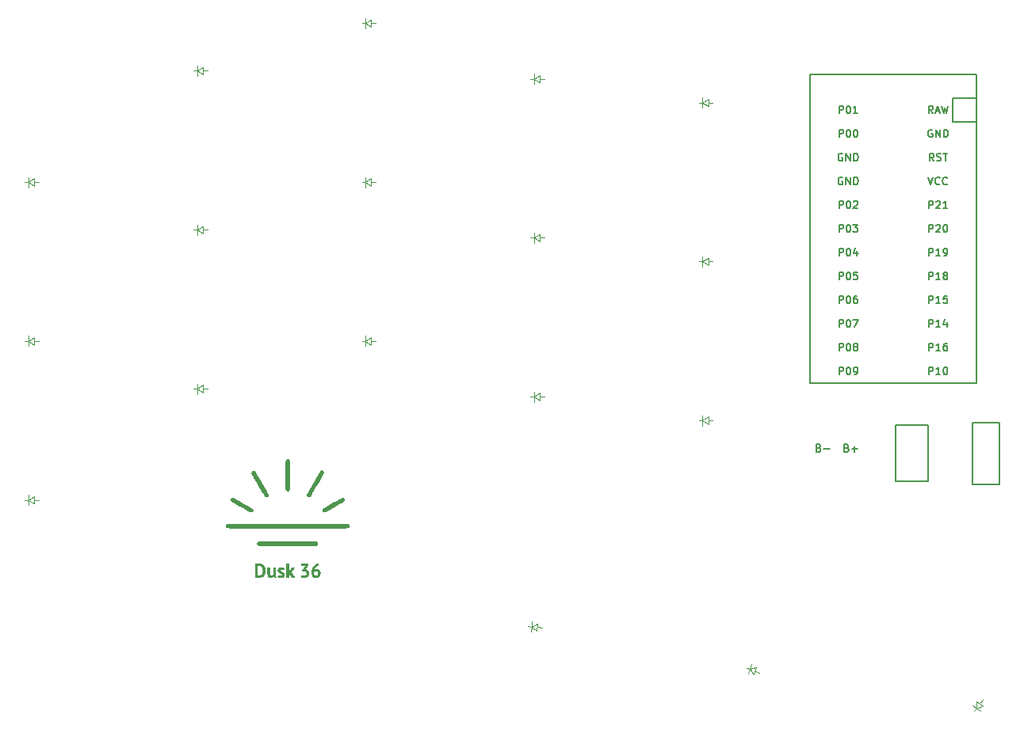
<source format=gbr>
%TF.GenerationSoftware,KiCad,Pcbnew,(6.0.7-1)-1*%
%TF.CreationDate,2022-09-04T19:21:53+10:00*%
%TF.ProjectId,Dusk 36,4475736b-2033-4362-9e6b-696361645f70,v1.0.0*%
%TF.SameCoordinates,Original*%
%TF.FileFunction,Legend,Top*%
%TF.FilePolarity,Positive*%
%FSLAX46Y46*%
G04 Gerber Fmt 4.6, Leading zero omitted, Abs format (unit mm)*
G04 Created by KiCad (PCBNEW (6.0.7-1)-1) date 2022-09-04 19:21:53*
%MOMM*%
%LPD*%
G01*
G04 APERTURE LIST*
%ADD10C,0.150000*%
%ADD11C,0.100000*%
G04 APERTURE END LIST*
D10*
%TO.C,PAD1*%
X226123345Y-103284026D02*
X226237631Y-103322121D01*
X226275726Y-103360216D01*
X226313821Y-103436407D01*
X226313821Y-103550692D01*
X226275726Y-103626883D01*
X226237631Y-103664978D01*
X226161441Y-103703073D01*
X225856679Y-103703073D01*
X225856679Y-102903073D01*
X226123345Y-102903073D01*
X226199536Y-102941169D01*
X226237631Y-102979264D01*
X226275726Y-103055454D01*
X226275726Y-103131645D01*
X226237631Y-103207835D01*
X226199536Y-103245930D01*
X226123345Y-103284026D01*
X225856679Y-103284026D01*
X226656679Y-103398311D02*
X227266202Y-103398311D01*
X226961441Y-103703073D02*
X226961441Y-103093549D01*
%TO.C,MCU1*%
X225290009Y-82723076D02*
X225290009Y-81923076D01*
X225594771Y-81923076D01*
X225670961Y-81961172D01*
X225709057Y-81999267D01*
X225747152Y-82075457D01*
X225747152Y-82189743D01*
X225709057Y-82265933D01*
X225670961Y-82304029D01*
X225594771Y-82342124D01*
X225290009Y-82342124D01*
X226242390Y-81923076D02*
X226318580Y-81923076D01*
X226394771Y-81961172D01*
X226432866Y-81999267D01*
X226470961Y-82075457D01*
X226509057Y-82227838D01*
X226509057Y-82418314D01*
X226470961Y-82570695D01*
X226432866Y-82646886D01*
X226394771Y-82684981D01*
X226318580Y-82723076D01*
X226242390Y-82723076D01*
X226166199Y-82684981D01*
X226128104Y-82646886D01*
X226090009Y-82570695D01*
X226051914Y-82418314D01*
X226051914Y-82227838D01*
X226090009Y-82075457D01*
X226128104Y-81999267D01*
X226166199Y-81961172D01*
X226242390Y-81923076D01*
X227194771Y-82189743D02*
X227194771Y-82723076D01*
X227004295Y-81884981D02*
X226813818Y-82456410D01*
X227309057Y-82456410D01*
X225651914Y-71801172D02*
X225575723Y-71763076D01*
X225461438Y-71763076D01*
X225347152Y-71801172D01*
X225270961Y-71877362D01*
X225232866Y-71953552D01*
X225194771Y-72105933D01*
X225194771Y-72220219D01*
X225232866Y-72372600D01*
X225270961Y-72448791D01*
X225347152Y-72524981D01*
X225461438Y-72563076D01*
X225537628Y-72563076D01*
X225651914Y-72524981D01*
X225690009Y-72486886D01*
X225690009Y-72220219D01*
X225537628Y-72220219D01*
X226032866Y-72563076D02*
X226032866Y-71763076D01*
X226490009Y-72563076D01*
X226490009Y-71763076D01*
X226870961Y-72563076D02*
X226870961Y-71763076D01*
X227061438Y-71763076D01*
X227175723Y-71801172D01*
X227251914Y-71877362D01*
X227290009Y-71953552D01*
X227328104Y-72105933D01*
X227328104Y-72220219D01*
X227290009Y-72372600D01*
X227251914Y-72448791D01*
X227175723Y-72524981D01*
X227061438Y-72563076D01*
X226870961Y-72563076D01*
X234890009Y-85263076D02*
X234890009Y-84463076D01*
X235194771Y-84463076D01*
X235270961Y-84501172D01*
X235309057Y-84539267D01*
X235347152Y-84615457D01*
X235347152Y-84729743D01*
X235309057Y-84805933D01*
X235270961Y-84844029D01*
X235194771Y-84882124D01*
X234890009Y-84882124D01*
X236109057Y-85263076D02*
X235651914Y-85263076D01*
X235880485Y-85263076D02*
X235880485Y-84463076D01*
X235804295Y-84577362D01*
X235728104Y-84653552D01*
X235651914Y-84691648D01*
X236566199Y-84805933D02*
X236490009Y-84767838D01*
X236451914Y-84729743D01*
X236413818Y-84653552D01*
X236413818Y-84615457D01*
X236451914Y-84539267D01*
X236490009Y-84501172D01*
X236566199Y-84463076D01*
X236718580Y-84463076D01*
X236794771Y-84501172D01*
X236832866Y-84539267D01*
X236870961Y-84615457D01*
X236870961Y-84653552D01*
X236832866Y-84729743D01*
X236794771Y-84767838D01*
X236718580Y-84805933D01*
X236566199Y-84805933D01*
X236490009Y-84844029D01*
X236451914Y-84882124D01*
X236413818Y-84958314D01*
X236413818Y-85110695D01*
X236451914Y-85186886D01*
X236490009Y-85224981D01*
X236566199Y-85263076D01*
X236718580Y-85263076D01*
X236794771Y-85224981D01*
X236832866Y-85186886D01*
X236870961Y-85110695D01*
X236870961Y-84958314D01*
X236832866Y-84882124D01*
X236794771Y-84844029D01*
X236718580Y-84805933D01*
X225651914Y-74341172D02*
X225575723Y-74303076D01*
X225461438Y-74303076D01*
X225347152Y-74341172D01*
X225270961Y-74417362D01*
X225232866Y-74493552D01*
X225194771Y-74645933D01*
X225194771Y-74760219D01*
X225232866Y-74912600D01*
X225270961Y-74988791D01*
X225347152Y-75064981D01*
X225461438Y-75103076D01*
X225537628Y-75103076D01*
X225651914Y-75064981D01*
X225690009Y-75026886D01*
X225690009Y-74760219D01*
X225537628Y-74760219D01*
X226032866Y-75103076D02*
X226032866Y-74303076D01*
X226490009Y-75103076D01*
X226490009Y-74303076D01*
X226870961Y-75103076D02*
X226870961Y-74303076D01*
X227061438Y-74303076D01*
X227175723Y-74341172D01*
X227251914Y-74417362D01*
X227290009Y-74493552D01*
X227328104Y-74645933D01*
X227328104Y-74760219D01*
X227290009Y-74912600D01*
X227251914Y-74988791D01*
X227175723Y-75064981D01*
X227061438Y-75103076D01*
X226870961Y-75103076D01*
X225290009Y-77643076D02*
X225290009Y-76843076D01*
X225594771Y-76843076D01*
X225670961Y-76881172D01*
X225709057Y-76919267D01*
X225747152Y-76995457D01*
X225747152Y-77109743D01*
X225709057Y-77185933D01*
X225670961Y-77224029D01*
X225594771Y-77262124D01*
X225290009Y-77262124D01*
X226242390Y-76843076D02*
X226318580Y-76843076D01*
X226394771Y-76881172D01*
X226432866Y-76919267D01*
X226470961Y-76995457D01*
X226509057Y-77147838D01*
X226509057Y-77338314D01*
X226470961Y-77490695D01*
X226432866Y-77566886D01*
X226394771Y-77604981D01*
X226318580Y-77643076D01*
X226242390Y-77643076D01*
X226166199Y-77604981D01*
X226128104Y-77566886D01*
X226090009Y-77490695D01*
X226051914Y-77338314D01*
X226051914Y-77147838D01*
X226090009Y-76995457D01*
X226128104Y-76919267D01*
X226166199Y-76881172D01*
X226242390Y-76843076D01*
X226813818Y-76919267D02*
X226851914Y-76881172D01*
X226928104Y-76843076D01*
X227118580Y-76843076D01*
X227194771Y-76881172D01*
X227232866Y-76919267D01*
X227270961Y-76995457D01*
X227270961Y-77071648D01*
X227232866Y-77185933D01*
X226775723Y-77643076D01*
X227270961Y-77643076D01*
X234890009Y-82723076D02*
X234890009Y-81923076D01*
X235194771Y-81923076D01*
X235270961Y-81961172D01*
X235309057Y-81999267D01*
X235347152Y-82075457D01*
X235347152Y-82189743D01*
X235309057Y-82265933D01*
X235270961Y-82304029D01*
X235194771Y-82342124D01*
X234890009Y-82342124D01*
X236109057Y-82723076D02*
X235651914Y-82723076D01*
X235880485Y-82723076D02*
X235880485Y-81923076D01*
X235804295Y-82037362D01*
X235728104Y-82113552D01*
X235651914Y-82151648D01*
X236490009Y-82723076D02*
X236642390Y-82723076D01*
X236718580Y-82684981D01*
X236756676Y-82646886D01*
X236832866Y-82532600D01*
X236870961Y-82380219D01*
X236870961Y-82075457D01*
X236832866Y-81999267D01*
X236794771Y-81961172D01*
X236718580Y-81923076D01*
X236566199Y-81923076D01*
X236490009Y-81961172D01*
X236451914Y-81999267D01*
X236413818Y-82075457D01*
X236413818Y-82265933D01*
X236451914Y-82342124D01*
X236490009Y-82380219D01*
X236566199Y-82418314D01*
X236718580Y-82418314D01*
X236794771Y-82380219D01*
X236832866Y-82342124D01*
X236870961Y-82265933D01*
X234890009Y-92883076D02*
X234890009Y-92083076D01*
X235194771Y-92083076D01*
X235270961Y-92121172D01*
X235309057Y-92159267D01*
X235347152Y-92235457D01*
X235347152Y-92349743D01*
X235309057Y-92425933D01*
X235270961Y-92464029D01*
X235194771Y-92502124D01*
X234890009Y-92502124D01*
X236109057Y-92883076D02*
X235651914Y-92883076D01*
X235880485Y-92883076D02*
X235880485Y-92083076D01*
X235804295Y-92197362D01*
X235728104Y-92273552D01*
X235651914Y-92311648D01*
X236794771Y-92083076D02*
X236642390Y-92083076D01*
X236566199Y-92121172D01*
X236528104Y-92159267D01*
X236451914Y-92273552D01*
X236413818Y-92425933D01*
X236413818Y-92730695D01*
X236451914Y-92806886D01*
X236490009Y-92844981D01*
X236566199Y-92883076D01*
X236718580Y-92883076D01*
X236794771Y-92844981D01*
X236832866Y-92806886D01*
X236870961Y-92730695D01*
X236870961Y-92540219D01*
X236832866Y-92464029D01*
X236794771Y-92425933D01*
X236718580Y-92387838D01*
X236566199Y-92387838D01*
X236490009Y-92425933D01*
X236451914Y-92464029D01*
X236413818Y-92540219D01*
X235309057Y-67483076D02*
X235042390Y-67102124D01*
X234851914Y-67483076D02*
X234851914Y-66683076D01*
X235156676Y-66683076D01*
X235232866Y-66721172D01*
X235270961Y-66759267D01*
X235309057Y-66835457D01*
X235309057Y-66949743D01*
X235270961Y-67025933D01*
X235232866Y-67064029D01*
X235156676Y-67102124D01*
X234851914Y-67102124D01*
X235613818Y-67254505D02*
X235994771Y-67254505D01*
X235537628Y-67483076D02*
X235804295Y-66683076D01*
X236070961Y-67483076D01*
X236261438Y-66683076D02*
X236451914Y-67483076D01*
X236604295Y-66911648D01*
X236756676Y-67483076D01*
X236947152Y-66683076D01*
X234890009Y-77643076D02*
X234890009Y-76843076D01*
X235194771Y-76843076D01*
X235270961Y-76881172D01*
X235309057Y-76919267D01*
X235347152Y-76995457D01*
X235347152Y-77109743D01*
X235309057Y-77185933D01*
X235270961Y-77224029D01*
X235194771Y-77262124D01*
X234890009Y-77262124D01*
X235651914Y-76919267D02*
X235690009Y-76881172D01*
X235766199Y-76843076D01*
X235956676Y-76843076D01*
X236032866Y-76881172D01*
X236070961Y-76919267D01*
X236109057Y-76995457D01*
X236109057Y-77071648D01*
X236070961Y-77185933D01*
X235613818Y-77643076D01*
X236109057Y-77643076D01*
X236870961Y-77643076D02*
X236413818Y-77643076D01*
X236642390Y-77643076D02*
X236642390Y-76843076D01*
X236566199Y-76957362D01*
X236490009Y-77033552D01*
X236413818Y-77071648D01*
X225290009Y-95423076D02*
X225290009Y-94623076D01*
X225594771Y-94623076D01*
X225670961Y-94661172D01*
X225709057Y-94699267D01*
X225747152Y-94775457D01*
X225747152Y-94889743D01*
X225709057Y-94965933D01*
X225670961Y-95004029D01*
X225594771Y-95042124D01*
X225290009Y-95042124D01*
X226242390Y-94623076D02*
X226318580Y-94623076D01*
X226394771Y-94661172D01*
X226432866Y-94699267D01*
X226470961Y-94775457D01*
X226509057Y-94927838D01*
X226509057Y-95118314D01*
X226470961Y-95270695D01*
X226432866Y-95346886D01*
X226394771Y-95384981D01*
X226318580Y-95423076D01*
X226242390Y-95423076D01*
X226166199Y-95384981D01*
X226128104Y-95346886D01*
X226090009Y-95270695D01*
X226051914Y-95118314D01*
X226051914Y-94927838D01*
X226090009Y-94775457D01*
X226128104Y-94699267D01*
X226166199Y-94661172D01*
X226242390Y-94623076D01*
X226890009Y-95423076D02*
X227042390Y-95423076D01*
X227118580Y-95384981D01*
X227156676Y-95346886D01*
X227232866Y-95232600D01*
X227270961Y-95080219D01*
X227270961Y-94775457D01*
X227232866Y-94699267D01*
X227194771Y-94661172D01*
X227118580Y-94623076D01*
X226966199Y-94623076D01*
X226890009Y-94661172D01*
X226851914Y-94699267D01*
X226813818Y-94775457D01*
X226813818Y-94965933D01*
X226851914Y-95042124D01*
X226890009Y-95080219D01*
X226966199Y-95118314D01*
X227118580Y-95118314D01*
X227194771Y-95080219D01*
X227232866Y-95042124D01*
X227270961Y-94965933D01*
X235251914Y-69261172D02*
X235175723Y-69223076D01*
X235061438Y-69223076D01*
X234947152Y-69261172D01*
X234870961Y-69337362D01*
X234832866Y-69413552D01*
X234794771Y-69565933D01*
X234794771Y-69680219D01*
X234832866Y-69832600D01*
X234870961Y-69908791D01*
X234947152Y-69984981D01*
X235061438Y-70023076D01*
X235137628Y-70023076D01*
X235251914Y-69984981D01*
X235290009Y-69946886D01*
X235290009Y-69680219D01*
X235137628Y-69680219D01*
X235632866Y-70023076D02*
X235632866Y-69223076D01*
X236090009Y-70023076D01*
X236090009Y-69223076D01*
X236470961Y-70023076D02*
X236470961Y-69223076D01*
X236661438Y-69223076D01*
X236775723Y-69261172D01*
X236851914Y-69337362D01*
X236890009Y-69413552D01*
X236928104Y-69565933D01*
X236928104Y-69680219D01*
X236890009Y-69832600D01*
X236851914Y-69908791D01*
X236775723Y-69984981D01*
X236661438Y-70023076D01*
X236470961Y-70023076D01*
X234890009Y-80183076D02*
X234890009Y-79383076D01*
X235194771Y-79383076D01*
X235270961Y-79421172D01*
X235309057Y-79459267D01*
X235347152Y-79535457D01*
X235347152Y-79649743D01*
X235309057Y-79725933D01*
X235270961Y-79764029D01*
X235194771Y-79802124D01*
X234890009Y-79802124D01*
X235651914Y-79459267D02*
X235690009Y-79421172D01*
X235766199Y-79383076D01*
X235956676Y-79383076D01*
X236032866Y-79421172D01*
X236070961Y-79459267D01*
X236109057Y-79535457D01*
X236109057Y-79611648D01*
X236070961Y-79725933D01*
X235613818Y-80183076D01*
X236109057Y-80183076D01*
X236604295Y-79383076D02*
X236680485Y-79383076D01*
X236756676Y-79421172D01*
X236794771Y-79459267D01*
X236832866Y-79535457D01*
X236870961Y-79687838D01*
X236870961Y-79878314D01*
X236832866Y-80030695D01*
X236794771Y-80106886D01*
X236756676Y-80144981D01*
X236680485Y-80183076D01*
X236604295Y-80183076D01*
X236528104Y-80144981D01*
X236490009Y-80106886D01*
X236451914Y-80030695D01*
X236413818Y-79878314D01*
X236413818Y-79687838D01*
X236451914Y-79535457D01*
X236490009Y-79459267D01*
X236528104Y-79421172D01*
X236604295Y-79383076D01*
X225290009Y-67483076D02*
X225290009Y-66683076D01*
X225594771Y-66683076D01*
X225670961Y-66721172D01*
X225709057Y-66759267D01*
X225747152Y-66835457D01*
X225747152Y-66949743D01*
X225709057Y-67025933D01*
X225670961Y-67064029D01*
X225594771Y-67102124D01*
X225290009Y-67102124D01*
X226242390Y-66683076D02*
X226318580Y-66683076D01*
X226394771Y-66721172D01*
X226432866Y-66759267D01*
X226470961Y-66835457D01*
X226509057Y-66987838D01*
X226509057Y-67178314D01*
X226470961Y-67330695D01*
X226432866Y-67406886D01*
X226394771Y-67444981D01*
X226318580Y-67483076D01*
X226242390Y-67483076D01*
X226166199Y-67444981D01*
X226128104Y-67406886D01*
X226090009Y-67330695D01*
X226051914Y-67178314D01*
X226051914Y-66987838D01*
X226090009Y-66835457D01*
X226128104Y-66759267D01*
X226166199Y-66721172D01*
X226242390Y-66683076D01*
X227270961Y-67483076D02*
X226813818Y-67483076D01*
X227042390Y-67483076D02*
X227042390Y-66683076D01*
X226966199Y-66797362D01*
X226890009Y-66873552D01*
X226813818Y-66911648D01*
X235423342Y-72563076D02*
X235156676Y-72182124D01*
X234966199Y-72563076D02*
X234966199Y-71763076D01*
X235270961Y-71763076D01*
X235347152Y-71801172D01*
X235385247Y-71839267D01*
X235423342Y-71915457D01*
X235423342Y-72029743D01*
X235385247Y-72105933D01*
X235347152Y-72144029D01*
X235270961Y-72182124D01*
X234966199Y-72182124D01*
X235728104Y-72524981D02*
X235842390Y-72563076D01*
X236032866Y-72563076D01*
X236109057Y-72524981D01*
X236147152Y-72486886D01*
X236185247Y-72410695D01*
X236185247Y-72334505D01*
X236147152Y-72258314D01*
X236109057Y-72220219D01*
X236032866Y-72182124D01*
X235880485Y-72144029D01*
X235804295Y-72105933D01*
X235766199Y-72067838D01*
X235728104Y-71991648D01*
X235728104Y-71915457D01*
X235766199Y-71839267D01*
X235804295Y-71801172D01*
X235880485Y-71763076D01*
X236070961Y-71763076D01*
X236185247Y-71801172D01*
X236413818Y-71763076D02*
X236870961Y-71763076D01*
X236642390Y-72563076D02*
X236642390Y-71763076D01*
X225290009Y-87803076D02*
X225290009Y-87003076D01*
X225594771Y-87003076D01*
X225670961Y-87041172D01*
X225709057Y-87079267D01*
X225747152Y-87155457D01*
X225747152Y-87269743D01*
X225709057Y-87345933D01*
X225670961Y-87384029D01*
X225594771Y-87422124D01*
X225290009Y-87422124D01*
X226242390Y-87003076D02*
X226318580Y-87003076D01*
X226394771Y-87041172D01*
X226432866Y-87079267D01*
X226470961Y-87155457D01*
X226509057Y-87307838D01*
X226509057Y-87498314D01*
X226470961Y-87650695D01*
X226432866Y-87726886D01*
X226394771Y-87764981D01*
X226318580Y-87803076D01*
X226242390Y-87803076D01*
X226166199Y-87764981D01*
X226128104Y-87726886D01*
X226090009Y-87650695D01*
X226051914Y-87498314D01*
X226051914Y-87307838D01*
X226090009Y-87155457D01*
X226128104Y-87079267D01*
X226166199Y-87041172D01*
X226242390Y-87003076D01*
X227194771Y-87003076D02*
X227042390Y-87003076D01*
X226966199Y-87041172D01*
X226928104Y-87079267D01*
X226851914Y-87193552D01*
X226813818Y-87345933D01*
X226813818Y-87650695D01*
X226851914Y-87726886D01*
X226890009Y-87764981D01*
X226966199Y-87803076D01*
X227118580Y-87803076D01*
X227194771Y-87764981D01*
X227232866Y-87726886D01*
X227270961Y-87650695D01*
X227270961Y-87460219D01*
X227232866Y-87384029D01*
X227194771Y-87345933D01*
X227118580Y-87307838D01*
X226966199Y-87307838D01*
X226890009Y-87345933D01*
X226851914Y-87384029D01*
X226813818Y-87460219D01*
X225290009Y-92883076D02*
X225290009Y-92083076D01*
X225594771Y-92083076D01*
X225670961Y-92121172D01*
X225709057Y-92159267D01*
X225747152Y-92235457D01*
X225747152Y-92349743D01*
X225709057Y-92425933D01*
X225670961Y-92464029D01*
X225594771Y-92502124D01*
X225290009Y-92502124D01*
X226242390Y-92083076D02*
X226318580Y-92083076D01*
X226394771Y-92121172D01*
X226432866Y-92159267D01*
X226470961Y-92235457D01*
X226509057Y-92387838D01*
X226509057Y-92578314D01*
X226470961Y-92730695D01*
X226432866Y-92806886D01*
X226394771Y-92844981D01*
X226318580Y-92883076D01*
X226242390Y-92883076D01*
X226166199Y-92844981D01*
X226128104Y-92806886D01*
X226090009Y-92730695D01*
X226051914Y-92578314D01*
X226051914Y-92387838D01*
X226090009Y-92235457D01*
X226128104Y-92159267D01*
X226166199Y-92121172D01*
X226242390Y-92083076D01*
X226966199Y-92425933D02*
X226890009Y-92387838D01*
X226851914Y-92349743D01*
X226813818Y-92273552D01*
X226813818Y-92235457D01*
X226851914Y-92159267D01*
X226890009Y-92121172D01*
X226966199Y-92083076D01*
X227118580Y-92083076D01*
X227194771Y-92121172D01*
X227232866Y-92159267D01*
X227270961Y-92235457D01*
X227270961Y-92273552D01*
X227232866Y-92349743D01*
X227194771Y-92387838D01*
X227118580Y-92425933D01*
X226966199Y-92425933D01*
X226890009Y-92464029D01*
X226851914Y-92502124D01*
X226813818Y-92578314D01*
X226813818Y-92730695D01*
X226851914Y-92806886D01*
X226890009Y-92844981D01*
X226966199Y-92883076D01*
X227118580Y-92883076D01*
X227194771Y-92844981D01*
X227232866Y-92806886D01*
X227270961Y-92730695D01*
X227270961Y-92578314D01*
X227232866Y-92502124D01*
X227194771Y-92464029D01*
X227118580Y-92425933D01*
X234890009Y-87803076D02*
X234890009Y-87003076D01*
X235194771Y-87003076D01*
X235270961Y-87041172D01*
X235309057Y-87079267D01*
X235347152Y-87155457D01*
X235347152Y-87269743D01*
X235309057Y-87345933D01*
X235270961Y-87384029D01*
X235194771Y-87422124D01*
X234890009Y-87422124D01*
X236109057Y-87803076D02*
X235651914Y-87803076D01*
X235880485Y-87803076D02*
X235880485Y-87003076D01*
X235804295Y-87117362D01*
X235728104Y-87193552D01*
X235651914Y-87231648D01*
X236832866Y-87003076D02*
X236451914Y-87003076D01*
X236413818Y-87384029D01*
X236451914Y-87345933D01*
X236528104Y-87307838D01*
X236718580Y-87307838D01*
X236794771Y-87345933D01*
X236832866Y-87384029D01*
X236870961Y-87460219D01*
X236870961Y-87650695D01*
X236832866Y-87726886D01*
X236794771Y-87764981D01*
X236718580Y-87803076D01*
X236528104Y-87803076D01*
X236451914Y-87764981D01*
X236413818Y-87726886D01*
X234890009Y-90343076D02*
X234890009Y-89543076D01*
X235194771Y-89543076D01*
X235270961Y-89581172D01*
X235309057Y-89619267D01*
X235347152Y-89695457D01*
X235347152Y-89809743D01*
X235309057Y-89885933D01*
X235270961Y-89924029D01*
X235194771Y-89962124D01*
X234890009Y-89962124D01*
X236109057Y-90343076D02*
X235651914Y-90343076D01*
X235880485Y-90343076D02*
X235880485Y-89543076D01*
X235804295Y-89657362D01*
X235728104Y-89733552D01*
X235651914Y-89771648D01*
X236794771Y-89809743D02*
X236794771Y-90343076D01*
X236604295Y-89504981D02*
X236413818Y-90076410D01*
X236909057Y-90076410D01*
X234794771Y-74303076D02*
X235061438Y-75103076D01*
X235328104Y-74303076D01*
X236051914Y-75026886D02*
X236013818Y-75064981D01*
X235899533Y-75103076D01*
X235823342Y-75103076D01*
X235709057Y-75064981D01*
X235632866Y-74988791D01*
X235594771Y-74912600D01*
X235556676Y-74760219D01*
X235556676Y-74645933D01*
X235594771Y-74493552D01*
X235632866Y-74417362D01*
X235709057Y-74341172D01*
X235823342Y-74303076D01*
X235899533Y-74303076D01*
X236013818Y-74341172D01*
X236051914Y-74379267D01*
X236851914Y-75026886D02*
X236813818Y-75064981D01*
X236699533Y-75103076D01*
X236623342Y-75103076D01*
X236509057Y-75064981D01*
X236432866Y-74988791D01*
X236394771Y-74912600D01*
X236356676Y-74760219D01*
X236356676Y-74645933D01*
X236394771Y-74493552D01*
X236432866Y-74417362D01*
X236509057Y-74341172D01*
X236623342Y-74303076D01*
X236699533Y-74303076D01*
X236813818Y-74341172D01*
X236851914Y-74379267D01*
X225290009Y-70023076D02*
X225290009Y-69223076D01*
X225594771Y-69223076D01*
X225670961Y-69261172D01*
X225709057Y-69299267D01*
X225747152Y-69375457D01*
X225747152Y-69489743D01*
X225709057Y-69565933D01*
X225670961Y-69604029D01*
X225594771Y-69642124D01*
X225290009Y-69642124D01*
X226242390Y-69223076D02*
X226318580Y-69223076D01*
X226394771Y-69261172D01*
X226432866Y-69299267D01*
X226470961Y-69375457D01*
X226509057Y-69527838D01*
X226509057Y-69718314D01*
X226470961Y-69870695D01*
X226432866Y-69946886D01*
X226394771Y-69984981D01*
X226318580Y-70023076D01*
X226242390Y-70023076D01*
X226166199Y-69984981D01*
X226128104Y-69946886D01*
X226090009Y-69870695D01*
X226051914Y-69718314D01*
X226051914Y-69527838D01*
X226090009Y-69375457D01*
X226128104Y-69299267D01*
X226166199Y-69261172D01*
X226242390Y-69223076D01*
X227004295Y-69223076D02*
X227080485Y-69223076D01*
X227156676Y-69261172D01*
X227194771Y-69299267D01*
X227232866Y-69375457D01*
X227270961Y-69527838D01*
X227270961Y-69718314D01*
X227232866Y-69870695D01*
X227194771Y-69946886D01*
X227156676Y-69984981D01*
X227080485Y-70023076D01*
X227004295Y-70023076D01*
X226928104Y-69984981D01*
X226890009Y-69946886D01*
X226851914Y-69870695D01*
X226813818Y-69718314D01*
X226813818Y-69527838D01*
X226851914Y-69375457D01*
X226890009Y-69299267D01*
X226928104Y-69261172D01*
X227004295Y-69223076D01*
X225290009Y-90343076D02*
X225290009Y-89543076D01*
X225594771Y-89543076D01*
X225670961Y-89581172D01*
X225709057Y-89619267D01*
X225747152Y-89695457D01*
X225747152Y-89809743D01*
X225709057Y-89885933D01*
X225670961Y-89924029D01*
X225594771Y-89962124D01*
X225290009Y-89962124D01*
X226242390Y-89543076D02*
X226318580Y-89543076D01*
X226394771Y-89581172D01*
X226432866Y-89619267D01*
X226470961Y-89695457D01*
X226509057Y-89847838D01*
X226509057Y-90038314D01*
X226470961Y-90190695D01*
X226432866Y-90266886D01*
X226394771Y-90304981D01*
X226318580Y-90343076D01*
X226242390Y-90343076D01*
X226166199Y-90304981D01*
X226128104Y-90266886D01*
X226090009Y-90190695D01*
X226051914Y-90038314D01*
X226051914Y-89847838D01*
X226090009Y-89695457D01*
X226128104Y-89619267D01*
X226166199Y-89581172D01*
X226242390Y-89543076D01*
X226775723Y-89543076D02*
X227309057Y-89543076D01*
X226966199Y-90343076D01*
X225290009Y-80183076D02*
X225290009Y-79383076D01*
X225594771Y-79383076D01*
X225670961Y-79421172D01*
X225709057Y-79459267D01*
X225747152Y-79535457D01*
X225747152Y-79649743D01*
X225709057Y-79725933D01*
X225670961Y-79764029D01*
X225594771Y-79802124D01*
X225290009Y-79802124D01*
X226242390Y-79383076D02*
X226318580Y-79383076D01*
X226394771Y-79421172D01*
X226432866Y-79459267D01*
X226470961Y-79535457D01*
X226509057Y-79687838D01*
X226509057Y-79878314D01*
X226470961Y-80030695D01*
X226432866Y-80106886D01*
X226394771Y-80144981D01*
X226318580Y-80183076D01*
X226242390Y-80183076D01*
X226166199Y-80144981D01*
X226128104Y-80106886D01*
X226090009Y-80030695D01*
X226051914Y-79878314D01*
X226051914Y-79687838D01*
X226090009Y-79535457D01*
X226128104Y-79459267D01*
X226166199Y-79421172D01*
X226242390Y-79383076D01*
X226775723Y-79383076D02*
X227270961Y-79383076D01*
X227004295Y-79687838D01*
X227118580Y-79687838D01*
X227194771Y-79725933D01*
X227232866Y-79764029D01*
X227270961Y-79840219D01*
X227270961Y-80030695D01*
X227232866Y-80106886D01*
X227194771Y-80144981D01*
X227118580Y-80183076D01*
X226890009Y-80183076D01*
X226813818Y-80144981D01*
X226775723Y-80106886D01*
X225290009Y-85263076D02*
X225290009Y-84463076D01*
X225594771Y-84463076D01*
X225670961Y-84501172D01*
X225709057Y-84539267D01*
X225747152Y-84615457D01*
X225747152Y-84729743D01*
X225709057Y-84805933D01*
X225670961Y-84844029D01*
X225594771Y-84882124D01*
X225290009Y-84882124D01*
X226242390Y-84463076D02*
X226318580Y-84463076D01*
X226394771Y-84501172D01*
X226432866Y-84539267D01*
X226470961Y-84615457D01*
X226509057Y-84767838D01*
X226509057Y-84958314D01*
X226470961Y-85110695D01*
X226432866Y-85186886D01*
X226394771Y-85224981D01*
X226318580Y-85263076D01*
X226242390Y-85263076D01*
X226166199Y-85224981D01*
X226128104Y-85186886D01*
X226090009Y-85110695D01*
X226051914Y-84958314D01*
X226051914Y-84767838D01*
X226090009Y-84615457D01*
X226128104Y-84539267D01*
X226166199Y-84501172D01*
X226242390Y-84463076D01*
X227232866Y-84463076D02*
X226851914Y-84463076D01*
X226813818Y-84844029D01*
X226851914Y-84805933D01*
X226928104Y-84767838D01*
X227118580Y-84767838D01*
X227194771Y-84805933D01*
X227232866Y-84844029D01*
X227270961Y-84920219D01*
X227270961Y-85110695D01*
X227232866Y-85186886D01*
X227194771Y-85224981D01*
X227118580Y-85263076D01*
X226928104Y-85263076D01*
X226851914Y-85224981D01*
X226813818Y-85186886D01*
X234890009Y-95423076D02*
X234890009Y-94623076D01*
X235194771Y-94623076D01*
X235270961Y-94661172D01*
X235309057Y-94699267D01*
X235347152Y-94775457D01*
X235347152Y-94889743D01*
X235309057Y-94965933D01*
X235270961Y-95004029D01*
X235194771Y-95042124D01*
X234890009Y-95042124D01*
X236109057Y-95423076D02*
X235651914Y-95423076D01*
X235880485Y-95423076D02*
X235880485Y-94623076D01*
X235804295Y-94737362D01*
X235728104Y-94813552D01*
X235651914Y-94851648D01*
X236604295Y-94623076D02*
X236680485Y-94623076D01*
X236756676Y-94661172D01*
X236794771Y-94699267D01*
X236832866Y-94775457D01*
X236870961Y-94927838D01*
X236870961Y-95118314D01*
X236832866Y-95270695D01*
X236794771Y-95346886D01*
X236756676Y-95384981D01*
X236680485Y-95423076D01*
X236604295Y-95423076D01*
X236528104Y-95384981D01*
X236490009Y-95346886D01*
X236451914Y-95270695D01*
X236413818Y-95118314D01*
X236413818Y-94927838D01*
X236451914Y-94775457D01*
X236490009Y-94699267D01*
X236528104Y-94661172D01*
X236604295Y-94623076D01*
%TO.C,PAD2*%
X223123352Y-103284032D02*
X223237638Y-103322127D01*
X223275733Y-103360222D01*
X223313828Y-103436413D01*
X223313828Y-103550698D01*
X223275733Y-103626889D01*
X223237638Y-103664984D01*
X223161448Y-103703079D01*
X222856686Y-103703079D01*
X222856686Y-102903079D01*
X223123352Y-102903079D01*
X223199543Y-102941175D01*
X223237638Y-102979270D01*
X223275733Y-103055460D01*
X223275733Y-103131651D01*
X223237638Y-103207841D01*
X223199543Y-103245936D01*
X223123352Y-103284032D01*
X222856686Y-103284032D01*
X223656686Y-103398317D02*
X224266209Y-103398317D01*
%TO.C,T1*%
X242411444Y-105791167D02*
X242411444Y-101891167D01*
X239561444Y-107141167D02*
X242411444Y-107141167D01*
X242411444Y-103841167D02*
X242411444Y-100541167D01*
X239561444Y-100541167D02*
X239561444Y-107141167D01*
X242411444Y-103841167D02*
X242411444Y-107141167D01*
X242411444Y-100541167D02*
X239561444Y-100541167D01*
%TO.C,B1*%
X234811447Y-106841164D02*
X231311447Y-106841164D01*
X234811447Y-100841164D02*
X234811447Y-106841164D01*
X231311447Y-100841164D02*
X234811447Y-100841164D01*
X231311447Y-106841164D02*
X231311447Y-100841164D01*
%TO.C,G\u002A\u002A\u002A*%
G36*
X168928592Y-116508602D02*
G01*
X168930577Y-116487820D01*
X168947924Y-116367550D01*
X168975022Y-116262376D01*
X169015803Y-116159075D01*
X169047566Y-116094242D01*
X169131478Y-115962865D01*
X169236381Y-115850192D01*
X169359554Y-115758385D01*
X169498276Y-115689607D01*
X169596792Y-115657939D01*
X169678216Y-115636985D01*
X169709761Y-115745552D01*
X169723236Y-115797880D01*
X169730622Y-115839080D01*
X169730688Y-115861802D01*
X169729532Y-115863646D01*
X169710409Y-115872842D01*
X169672437Y-115887227D01*
X169631019Y-115901314D01*
X169537859Y-115943834D01*
X169445972Y-116007761D01*
X169361828Y-116086835D01*
X169291898Y-116174795D01*
X169242651Y-116265382D01*
X169235648Y-116283849D01*
X169225741Y-116314579D01*
X169227343Y-116322448D01*
X169241870Y-116311693D01*
X169244266Y-116309600D01*
X169299852Y-116270624D01*
X169363609Y-116246962D01*
X169443272Y-116236256D01*
X169488890Y-116235028D01*
X169553676Y-116236341D01*
X169601260Y-116242288D01*
X169643271Y-116255319D01*
X169690660Y-116277538D01*
X169778505Y-116337540D01*
X169844520Y-116416376D01*
X169888531Y-116513724D01*
X169910366Y-116629264D01*
X169912920Y-116690756D01*
X169900179Y-116808241D01*
X169863441Y-116914816D01*
X169804933Y-117007139D01*
X169726882Y-117081870D01*
X169631513Y-117135667D01*
X169611247Y-117143378D01*
X169532123Y-117162795D01*
X169440795Y-117172328D01*
X169352640Y-117170771D01*
X169319217Y-117166332D01*
X169209108Y-117133191D01*
X169115707Y-117077343D01*
X169039850Y-117000248D01*
X168982374Y-116903366D01*
X168944115Y-116788158D01*
X168926776Y-116662373D01*
X169195308Y-116662373D01*
X169205422Y-116725991D01*
X169225498Y-116789587D01*
X169252473Y-116841137D01*
X169259104Y-116849756D01*
X169316145Y-116898690D01*
X169382341Y-116925308D01*
X169451083Y-116928531D01*
X169515762Y-116907278D01*
X169534907Y-116894844D01*
X169589621Y-116838741D01*
X169624003Y-116771201D01*
X169637538Y-116698446D01*
X169629713Y-116626694D01*
X169600016Y-116562164D01*
X169565502Y-116524253D01*
X169508993Y-116492491D01*
X169442587Y-116479201D01*
X169372931Y-116482817D01*
X169306672Y-116501774D01*
X169250459Y-116534506D01*
X169210938Y-116579448D01*
X169198218Y-116610755D01*
X169195308Y-116662373D01*
X168926776Y-116662373D01*
X168925909Y-116656083D01*
X168928592Y-116508602D01*
G37*
G36*
X162997685Y-115657158D02*
G01*
X163118014Y-115650002D01*
X163240420Y-115648125D01*
X163357050Y-115651330D01*
X163460047Y-115659418D01*
X163534617Y-115670712D01*
X163668302Y-115710313D01*
X163781468Y-115770024D01*
X163874215Y-115849985D01*
X163946642Y-115950335D01*
X163998847Y-116071215D01*
X164030930Y-116212764D01*
X164042991Y-116375123D01*
X164043090Y-116387757D01*
X164033930Y-116551202D01*
X164004879Y-116694583D01*
X163955468Y-116819250D01*
X163885231Y-116926555D01*
X163839244Y-116977004D01*
X163747638Y-117049990D01*
X163639072Y-117108513D01*
X163524095Y-117147010D01*
X163511611Y-117149762D01*
X163471454Y-117154810D01*
X163409042Y-117158728D01*
X163331014Y-117161453D01*
X163244008Y-117162921D01*
X163154661Y-117163069D01*
X163069613Y-117161833D01*
X162995502Y-117159151D01*
X162941292Y-117155206D01*
X162887081Y-117149535D01*
X162887081Y-116889144D01*
X163190666Y-116889144D01*
X163230422Y-116895651D01*
X163304413Y-116899252D01*
X163389299Y-116890547D01*
X163470889Y-116871606D01*
X163517691Y-116853726D01*
X163589987Y-116807639D01*
X163645420Y-116745008D01*
X163685176Y-116663403D01*
X163710440Y-116560394D01*
X163722362Y-116434483D01*
X163720714Y-116301200D01*
X163703135Y-116190550D01*
X163668751Y-116100486D01*
X163616687Y-116028960D01*
X163546072Y-115973925D01*
X163519853Y-115959680D01*
X163476761Y-115940570D01*
X163435526Y-115929258D01*
X163385907Y-115923858D01*
X163317936Y-115922482D01*
X163190666Y-115922482D01*
X163190666Y-116889144D01*
X162887081Y-116889144D01*
X162887081Y-115666508D01*
X162997685Y-115657158D01*
G37*
G36*
X166530109Y-116096468D02*
G01*
X166530099Y-116231323D01*
X166530742Y-116338405D01*
X166533050Y-116418851D01*
X166538032Y-116473798D01*
X166546697Y-116504385D01*
X166560058Y-116511748D01*
X166579122Y-116497026D01*
X166604902Y-116461355D01*
X166638407Y-116405873D01*
X166680646Y-116331717D01*
X166703352Y-116291536D01*
X166822218Y-116081503D01*
X166980954Y-116081503D01*
X167044188Y-116082531D01*
X167094563Y-116085320D01*
X167126475Y-116089427D01*
X167134870Y-116093690D01*
X167118251Y-116126728D01*
X167089171Y-116175810D01*
X167051182Y-116235727D01*
X167007836Y-116301271D01*
X166962687Y-116367237D01*
X166919285Y-116428416D01*
X166881183Y-116479601D01*
X166851933Y-116515584D01*
X166837308Y-116529916D01*
X166807616Y-116552517D01*
X166791734Y-116568787D01*
X166790873Y-116571272D01*
X166802003Y-116584198D01*
X166829486Y-116606451D01*
X166845085Y-116617713D01*
X166879547Y-116649410D01*
X166919512Y-116701140D01*
X166967017Y-116775689D01*
X166992715Y-116819731D01*
X167033365Y-116890898D01*
X167073861Y-116961761D01*
X167109417Y-117023947D01*
X167134503Y-117067784D01*
X167182324Y-117151281D01*
X166850953Y-117151281D01*
X166723058Y-116934497D01*
X166674621Y-116853459D01*
X166637711Y-116794623D01*
X166609985Y-116754822D01*
X166589100Y-116730887D01*
X166572713Y-116719653D01*
X166562636Y-116717650D01*
X166550149Y-116718452D01*
X166541354Y-116723785D01*
X166535602Y-116737958D01*
X166532248Y-116765280D01*
X166530645Y-116810059D01*
X166530146Y-116876603D01*
X166530109Y-116934434D01*
X166530109Y-117151281D01*
X166240979Y-117151281D01*
X166240979Y-115662265D01*
X166530109Y-115662265D01*
X166530109Y-116096468D01*
G37*
G36*
X162828341Y-105729994D02*
G01*
X162895081Y-105764563D01*
X162950772Y-105819808D01*
X162962045Y-105836401D01*
X162984918Y-105874012D01*
X163019789Y-105932710D01*
X163065435Y-106010365D01*
X163120631Y-106104849D01*
X163184156Y-106214031D01*
X163254784Y-106335781D01*
X163331292Y-106467971D01*
X163412458Y-106608471D01*
X163497057Y-106755150D01*
X163583866Y-106905880D01*
X163671662Y-107058530D01*
X163759220Y-107210971D01*
X163845319Y-107361074D01*
X163928733Y-107506708D01*
X164008240Y-107645745D01*
X164082616Y-107776054D01*
X164150637Y-107895506D01*
X164211080Y-108001971D01*
X164262722Y-108093319D01*
X164304340Y-108167422D01*
X164334708Y-108222149D01*
X164352605Y-108255371D01*
X164356970Y-108264425D01*
X164367408Y-108333338D01*
X164355873Y-108406718D01*
X164324317Y-108472793D01*
X164321840Y-108476255D01*
X164270819Y-108523231D01*
X164204216Y-108552985D01*
X164130860Y-108563782D01*
X164059582Y-108553888D01*
X164018877Y-108535741D01*
X163980803Y-108504769D01*
X163944319Y-108463274D01*
X163936961Y-108452670D01*
X163924503Y-108432097D01*
X163898871Y-108388648D01*
X163861326Y-108324502D01*
X163813127Y-108241838D01*
X163755532Y-108142833D01*
X163689801Y-108029665D01*
X163617194Y-107904513D01*
X163538968Y-107769556D01*
X163456385Y-107626970D01*
X163370702Y-107478934D01*
X163283180Y-107327627D01*
X163195077Y-107175227D01*
X163107652Y-107023912D01*
X163022165Y-106875859D01*
X162939875Y-106733248D01*
X162862042Y-106598256D01*
X162789924Y-106473061D01*
X162724780Y-106359843D01*
X162667871Y-106260778D01*
X162620455Y-106178045D01*
X162583791Y-106113823D01*
X162559138Y-106070289D01*
X162547935Y-106049969D01*
X162529957Y-105988669D01*
X162529185Y-105917431D01*
X162544676Y-105848827D01*
X162566139Y-105807031D01*
X162619452Y-105754620D01*
X162684764Y-105724595D01*
X162756314Y-105716529D01*
X162828341Y-105729994D01*
G37*
G36*
X169537199Y-113323933D02*
G01*
X169595580Y-113372272D01*
X169629772Y-113424784D01*
X169644223Y-113489633D01*
X169645476Y-113522709D01*
X169638269Y-113594473D01*
X169613539Y-113650768D01*
X169566627Y-113700693D01*
X169545942Y-113716978D01*
X169506021Y-113746784D01*
X163284633Y-113753460D01*
X163231991Y-113722879D01*
X163175054Y-113675158D01*
X163138031Y-113613753D01*
X163120811Y-113544657D01*
X163123282Y-113473861D01*
X163145334Y-113407359D01*
X163186855Y-113351143D01*
X163239550Y-113314873D01*
X163246916Y-113312191D01*
X163258014Y-113309719D01*
X163273986Y-113307449D01*
X163295977Y-113305373D01*
X163325128Y-113303483D01*
X163362583Y-113301769D01*
X163409485Y-113300223D01*
X163466976Y-113298837D01*
X163536199Y-113297601D01*
X163618297Y-113296509D01*
X163714414Y-113295550D01*
X163825691Y-113294717D01*
X163953272Y-113294001D01*
X164098300Y-113293394D01*
X164261918Y-113292887D01*
X164445269Y-113292471D01*
X164649495Y-113292138D01*
X164875739Y-113291879D01*
X165125144Y-113291687D01*
X165398854Y-113291552D01*
X165698011Y-113291466D01*
X166023758Y-113291420D01*
X166377237Y-113291406D01*
X169489407Y-113291406D01*
X169537199Y-113323933D01*
G37*
G36*
X165783558Y-116067873D02*
G01*
X165856789Y-116077768D01*
X165926420Y-116091760D01*
X165985855Y-116108331D01*
X166028501Y-116125960D01*
X166046432Y-116140323D01*
X166046961Y-116160534D01*
X166039826Y-116199921D01*
X166026553Y-116250245D01*
X166025398Y-116254079D01*
X165995301Y-116353169D01*
X165905492Y-116325217D01*
X165819957Y-116304047D01*
X165743243Y-116295468D01*
X165680789Y-116299591D01*
X165638034Y-116316526D01*
X165634145Y-116319730D01*
X165608877Y-116352192D01*
X165607405Y-116383728D01*
X165630798Y-116415491D01*
X165680126Y-116448635D01*
X165756458Y-116484315D01*
X165804029Y-116503069D01*
X165910237Y-116552237D01*
X165990642Y-116609548D01*
X166044336Y-116674233D01*
X166065911Y-116724815D01*
X166081688Y-116828430D01*
X166071347Y-116924106D01*
X166036234Y-117008883D01*
X165977693Y-117079799D01*
X165897070Y-117133894D01*
X165875614Y-117143616D01*
X165823794Y-117157975D01*
X165753470Y-117167876D01*
X165674799Y-117172670D01*
X165597937Y-117171710D01*
X165537625Y-117165199D01*
X165476415Y-117151501D01*
X165415868Y-117133259D01*
X165362408Y-117112994D01*
X165322464Y-117093225D01*
X165302462Y-117076471D01*
X165301309Y-117072549D01*
X165307223Y-117043053D01*
X165324406Y-116989844D01*
X165352025Y-116915467D01*
X165357420Y-116901610D01*
X165373102Y-116861559D01*
X165427558Y-116885596D01*
X165488509Y-116907943D01*
X165557000Y-116926064D01*
X165623346Y-116938020D01*
X165677866Y-116941871D01*
X165698862Y-116939922D01*
X165751475Y-116919863D01*
X165783113Y-116888241D01*
X165791773Y-116850292D01*
X165775454Y-116811250D01*
X165755603Y-116791598D01*
X165725347Y-116773326D01*
X165676451Y-116749622D01*
X165617579Y-116724567D01*
X165592967Y-116715002D01*
X165492186Y-116669568D01*
X165417308Y-116618069D01*
X165365533Y-116557921D01*
X165334061Y-116486542D01*
X165330465Y-116472837D01*
X165319402Y-116369527D01*
X165335442Y-116269931D01*
X165358538Y-116212782D01*
X165401790Y-116151285D01*
X165461437Y-116106876D01*
X165540069Y-116078466D01*
X165640274Y-116064967D01*
X165713319Y-116063593D01*
X165783558Y-116067873D01*
G37*
G36*
X170102329Y-105689182D02*
G01*
X170172246Y-105717581D01*
X170186474Y-105727131D01*
X170233209Y-105777900D01*
X170263854Y-105845984D01*
X170274309Y-105918935D01*
X170273454Y-105931324D01*
X170270321Y-105946378D01*
X170264068Y-105965631D01*
X170253853Y-105990619D01*
X170238834Y-106022875D01*
X170218170Y-106063932D01*
X170191020Y-106115327D01*
X170156542Y-106178591D01*
X170113894Y-106255261D01*
X170062234Y-106346869D01*
X170000722Y-106454950D01*
X169928515Y-106581039D01*
X169844771Y-106726669D01*
X169748650Y-106893375D01*
X169639309Y-107082690D01*
X169572467Y-107198332D01*
X169472524Y-107371159D01*
X169376401Y-107537298D01*
X169285120Y-107694985D01*
X169199702Y-107842459D01*
X169121172Y-107977956D01*
X169050551Y-108099713D01*
X168988862Y-108205969D01*
X168937127Y-108294959D01*
X168896370Y-108364922D01*
X168867612Y-108414094D01*
X168851877Y-108440714D01*
X168849432Y-108444692D01*
X168812826Y-108480555D01*
X168758699Y-108511051D01*
X168698445Y-108530758D01*
X168659173Y-108535231D01*
X168607790Y-108527904D01*
X168557407Y-108510102D01*
X168554253Y-108508465D01*
X168492790Y-108460365D01*
X168451067Y-108396011D01*
X168432060Y-108322153D01*
X168438591Y-108246101D01*
X168448049Y-108225206D01*
X168470874Y-108181610D01*
X168505849Y-108117417D01*
X168551756Y-108034730D01*
X168607381Y-107935649D01*
X168671506Y-107822277D01*
X168742915Y-107696717D01*
X168820392Y-107561070D01*
X168902720Y-107417439D01*
X168988683Y-107267926D01*
X169077065Y-107114633D01*
X169166649Y-106959662D01*
X169256219Y-106805115D01*
X169344558Y-106653095D01*
X169430451Y-106505704D01*
X169512680Y-106365043D01*
X169590030Y-106233215D01*
X169661283Y-106112323D01*
X169725224Y-106004467D01*
X169780637Y-105911752D01*
X169826304Y-105836277D01*
X169861010Y-105780147D01*
X169883538Y-105745463D01*
X169891712Y-105734787D01*
X169953615Y-105698005D01*
X170026636Y-105682730D01*
X170102329Y-105689182D01*
G37*
G36*
X166467693Y-104467331D02*
G01*
X166534271Y-104495955D01*
X166586141Y-104548744D01*
X166598539Y-104568437D01*
X166630828Y-104624758D01*
X166631066Y-106194760D01*
X166631304Y-107764763D01*
X166598433Y-107813540D01*
X166540430Y-107877956D01*
X166471444Y-107916441D01*
X166400000Y-107928059D01*
X166328162Y-107917497D01*
X166283217Y-107895188D01*
X166241114Y-107859634D01*
X166204117Y-107817216D01*
X166201568Y-107813540D01*
X166168697Y-107764763D01*
X166168697Y-106196945D01*
X166168727Y-105948377D01*
X166168832Y-105727091D01*
X166169037Y-105531460D01*
X166169365Y-105359851D01*
X166169839Y-105210637D01*
X166170483Y-105082186D01*
X166171321Y-104972870D01*
X166172376Y-104881058D01*
X166173673Y-104805121D01*
X166175234Y-104743430D01*
X166177084Y-104694353D01*
X166179246Y-104656262D01*
X166181743Y-104627526D01*
X166184600Y-104606517D01*
X166187840Y-104591604D01*
X166191486Y-104581157D01*
X166192164Y-104579675D01*
X166235190Y-104519205D01*
X166296996Y-104480269D01*
X166378295Y-104462432D01*
X166384599Y-104461971D01*
X166467693Y-104467331D01*
G37*
G36*
X166915714Y-111433753D02*
G01*
X167403307Y-111433763D01*
X167863575Y-111433784D01*
X168297309Y-111433818D01*
X168705305Y-111433869D01*
X169088354Y-111433941D01*
X169447251Y-111434036D01*
X169782789Y-111434158D01*
X170095761Y-111434311D01*
X170386960Y-111434496D01*
X170657181Y-111434718D01*
X170907216Y-111434980D01*
X171137859Y-111435285D01*
X171349903Y-111435636D01*
X171544141Y-111436036D01*
X171721368Y-111436490D01*
X171882376Y-111436999D01*
X172027958Y-111437568D01*
X172158909Y-111438200D01*
X172276021Y-111438897D01*
X172380089Y-111439663D01*
X172471904Y-111440502D01*
X172552262Y-111441416D01*
X172621954Y-111442409D01*
X172681775Y-111443484D01*
X172732518Y-111444644D01*
X172774976Y-111445893D01*
X172809943Y-111447233D01*
X172838212Y-111448669D01*
X172860576Y-111450203D01*
X172877830Y-111451838D01*
X172890765Y-111453579D01*
X172900176Y-111455427D01*
X172906857Y-111457386D01*
X172911599Y-111459460D01*
X172913296Y-111460422D01*
X172973647Y-111511618D01*
X173009372Y-111577614D01*
X173021005Y-111658721D01*
X173009446Y-111742681D01*
X172974648Y-111809663D01*
X172916382Y-111860295D01*
X172912408Y-111862583D01*
X172907671Y-111864747D01*
X172901376Y-111866789D01*
X172892730Y-111868713D01*
X172880936Y-111870523D01*
X172865200Y-111872223D01*
X172844727Y-111873814D01*
X172818722Y-111875302D01*
X172786391Y-111876690D01*
X172746938Y-111877981D01*
X172699568Y-111879178D01*
X172643488Y-111880285D01*
X172577901Y-111881307D01*
X172502013Y-111882245D01*
X172415030Y-111883104D01*
X172316156Y-111883887D01*
X172204596Y-111884598D01*
X172079556Y-111885240D01*
X171940241Y-111885816D01*
X171785855Y-111886331D01*
X171615605Y-111886788D01*
X171428694Y-111887190D01*
X171224329Y-111887540D01*
X171001715Y-111887843D01*
X170760056Y-111888101D01*
X170498557Y-111888318D01*
X170216425Y-111888499D01*
X169912863Y-111888645D01*
X169587078Y-111888761D01*
X169238274Y-111888851D01*
X168865656Y-111888917D01*
X168468430Y-111888963D01*
X168045801Y-111888993D01*
X167596973Y-111889011D01*
X167121152Y-111889019D01*
X166617544Y-111889021D01*
X166400000Y-111889021D01*
X165884616Y-111889020D01*
X165397349Y-111889015D01*
X164937406Y-111889002D01*
X164503991Y-111888978D01*
X164096309Y-111888938D01*
X163713566Y-111888881D01*
X163354967Y-111888802D01*
X163019717Y-111888697D01*
X162707021Y-111888563D01*
X162416084Y-111888398D01*
X162146111Y-111888196D01*
X161896308Y-111887955D01*
X161665879Y-111887671D01*
X161454030Y-111887341D01*
X161259966Y-111886961D01*
X161082892Y-111886528D01*
X160922013Y-111886038D01*
X160776534Y-111885487D01*
X160645661Y-111884873D01*
X160528599Y-111884191D01*
X160424552Y-111883438D01*
X160332726Y-111882611D01*
X160252326Y-111881706D01*
X160182557Y-111880720D01*
X160122624Y-111879649D01*
X160071733Y-111878489D01*
X160029088Y-111877238D01*
X159993895Y-111875891D01*
X159965359Y-111874445D01*
X159942684Y-111872897D01*
X159925077Y-111871243D01*
X159911742Y-111869479D01*
X159901885Y-111867603D01*
X159894710Y-111865610D01*
X159889423Y-111863497D01*
X159885228Y-111861261D01*
X159883619Y-111860295D01*
X159827058Y-111810522D01*
X159791559Y-111747128D01*
X159777074Y-111676246D01*
X159783555Y-111604013D01*
X159810956Y-111536564D01*
X159859229Y-111480034D01*
X159886704Y-111460422D01*
X159890840Y-111458296D01*
X159896559Y-111456286D01*
X159904656Y-111454388D01*
X159915923Y-111452600D01*
X159931155Y-111450919D01*
X159951145Y-111449340D01*
X159976686Y-111447861D01*
X160008571Y-111446478D01*
X160047595Y-111445189D01*
X160094549Y-111443990D01*
X160150229Y-111442877D01*
X160215426Y-111441848D01*
X160290935Y-111440899D01*
X160377548Y-111440028D01*
X160476060Y-111439230D01*
X160587264Y-111438502D01*
X160711953Y-111437842D01*
X160850920Y-111437245D01*
X161004959Y-111436710D01*
X161174863Y-111436232D01*
X161361426Y-111435808D01*
X161565441Y-111435435D01*
X161787701Y-111435110D01*
X162029000Y-111434829D01*
X162290131Y-111434590D01*
X162571888Y-111434389D01*
X162875064Y-111434222D01*
X163200452Y-111434087D01*
X163548846Y-111433980D01*
X163921039Y-111433899D01*
X164317825Y-111433839D01*
X164739996Y-111433797D01*
X165188347Y-111433771D01*
X165663671Y-111433757D01*
X166166760Y-111433751D01*
X166400000Y-111433751D01*
X166915714Y-111433753D01*
G37*
G36*
X160558863Y-108597876D02*
G01*
X160563099Y-108598633D01*
X160581927Y-108606926D01*
X160623434Y-108628400D01*
X160685289Y-108661726D01*
X160765162Y-108705575D01*
X160860725Y-108758618D01*
X160969646Y-108819524D01*
X161089596Y-108886966D01*
X161218245Y-108959614D01*
X161353264Y-109036139D01*
X161492322Y-109115211D01*
X161633090Y-109195502D01*
X161773237Y-109275681D01*
X161910434Y-109354421D01*
X162042352Y-109430391D01*
X162166660Y-109502263D01*
X162281028Y-109568707D01*
X162383126Y-109628394D01*
X162470625Y-109679995D01*
X162541195Y-109722181D01*
X162592507Y-109753622D01*
X162622229Y-109772990D01*
X162624784Y-109774849D01*
X162678186Y-109831353D01*
X162706878Y-109899830D01*
X162710023Y-109975945D01*
X162686788Y-110055363D01*
X162681076Y-110067097D01*
X162635253Y-110127486D01*
X162573483Y-110166711D01*
X162500782Y-110183524D01*
X162422164Y-110176675D01*
X162350731Y-110149375D01*
X162296069Y-110119609D01*
X162222696Y-110078685D01*
X162132938Y-110027961D01*
X162029120Y-109968794D01*
X161913569Y-109902545D01*
X161788611Y-109830571D01*
X161656571Y-109754231D01*
X161519775Y-109674883D01*
X161380549Y-109593886D01*
X161241219Y-109512598D01*
X161104110Y-109432378D01*
X160971549Y-109354585D01*
X160845862Y-109280576D01*
X160729373Y-109211712D01*
X160624410Y-109149349D01*
X160533298Y-109094846D01*
X160458363Y-109049563D01*
X160401930Y-109014857D01*
X160366326Y-108992087D01*
X160354296Y-108983267D01*
X160311845Y-108919342D01*
X160293911Y-108850557D01*
X160297952Y-108781592D01*
X160321428Y-108717127D01*
X160361798Y-108661843D01*
X160416521Y-108620419D01*
X160483056Y-108597537D01*
X160558863Y-108597876D01*
G37*
G36*
X168611839Y-115839899D02*
G01*
X168472637Y-116026173D01*
X168422572Y-116091945D01*
X168375705Y-116151285D01*
X168335921Y-116199437D01*
X168307106Y-116231644D01*
X168297210Y-116240942D01*
X168260985Y-116269437D01*
X168312989Y-116269437D01*
X168380260Y-116278957D01*
X168453881Y-116304086D01*
X168521475Y-116339674D01*
X168564859Y-116374211D01*
X168623767Y-116452600D01*
X168660089Y-116544165D01*
X168675111Y-116652468D01*
X168675690Y-116681446D01*
X168664304Y-116806495D01*
X168630449Y-116914592D01*
X168574636Y-117004828D01*
X168497375Y-117076292D01*
X168432980Y-117113639D01*
X168306586Y-117157472D01*
X168166869Y-117175744D01*
X168014056Y-117168432D01*
X167952828Y-117158982D01*
X167892902Y-117146110D01*
X167841204Y-117131409D01*
X167804177Y-117117040D01*
X167788267Y-117105161D01*
X167788094Y-117103789D01*
X167792191Y-117089550D01*
X167802813Y-117054557D01*
X167817877Y-117005653D01*
X167822030Y-116992260D01*
X167838871Y-116939383D01*
X167854009Y-116906309D01*
X167873685Y-116890310D01*
X167904142Y-116888656D01*
X167951620Y-116898618D01*
X168004197Y-116912621D01*
X168103500Y-116929185D01*
X168192791Y-116924593D01*
X168269090Y-116900609D01*
X168329415Y-116858997D01*
X168370787Y-116801522D01*
X168390226Y-116729949D01*
X168390387Y-116683983D01*
X168376884Y-116615705D01*
X168347386Y-116563176D01*
X168299207Y-116524564D01*
X168229664Y-116498037D01*
X168136072Y-116481763D01*
X168087792Y-116477463D01*
X167946842Y-116467560D01*
X167946842Y-116395672D01*
X167948051Y-116364371D01*
X167953531Y-116336616D01*
X167966061Y-116306758D01*
X167988421Y-116269146D01*
X168023388Y-116218132D01*
X168057799Y-116170116D01*
X168105681Y-116105873D01*
X168154009Y-116044577D01*
X168197149Y-115993172D01*
X168229443Y-115958623D01*
X168290129Y-115900797D01*
X167802277Y-115909343D01*
X167802277Y-115662265D01*
X168611839Y-115662265D01*
X168611839Y-115839899D01*
G37*
G36*
X172322805Y-108600440D02*
G01*
X172379445Y-108620723D01*
X172442229Y-108663526D01*
X172484854Y-108722154D01*
X172506243Y-108790707D01*
X172505318Y-108863288D01*
X172481001Y-108933998D01*
X172445705Y-108983409D01*
X172427259Y-108997117D01*
X172385682Y-109023988D01*
X172322949Y-109062848D01*
X172241038Y-109112522D01*
X172141923Y-109171835D01*
X172027582Y-109239612D01*
X171899990Y-109314680D01*
X171761123Y-109395863D01*
X171612958Y-109481987D01*
X171457470Y-109571877D01*
X171400887Y-109604471D01*
X171218071Y-109709635D01*
X171058560Y-109801263D01*
X170920624Y-109880281D01*
X170802534Y-109947621D01*
X170702561Y-110004210D01*
X170618977Y-110050977D01*
X170550051Y-110088853D01*
X170494055Y-110118765D01*
X170449259Y-110141644D01*
X170413936Y-110158417D01*
X170386354Y-110170014D01*
X170364786Y-110177364D01*
X170347503Y-110181397D01*
X170332774Y-110183040D01*
X170323655Y-110183267D01*
X170261571Y-110176492D01*
X170206719Y-110158935D01*
X170201824Y-110156463D01*
X170145628Y-110111518D01*
X170108203Y-110050707D01*
X170090300Y-109980772D01*
X170092668Y-109908455D01*
X170116058Y-109840501D01*
X170160431Y-109784341D01*
X170178231Y-109772443D01*
X170218793Y-109747575D01*
X170279767Y-109711094D01*
X170358801Y-109664358D01*
X170453544Y-109608721D01*
X170561643Y-109545541D01*
X170680748Y-109476174D01*
X170808508Y-109401977D01*
X170942570Y-109324306D01*
X171080583Y-109244517D01*
X171220196Y-109163967D01*
X171359058Y-109084013D01*
X171494816Y-109006010D01*
X171625119Y-108931316D01*
X171747617Y-108861287D01*
X171859957Y-108797280D01*
X171959788Y-108740649D01*
X172044758Y-108692754D01*
X172112517Y-108654949D01*
X172160712Y-108628591D01*
X172186992Y-108615036D01*
X172188947Y-108614171D01*
X172256841Y-108595591D01*
X172322805Y-108600440D01*
G37*
G36*
X164506288Y-116388703D02*
G01*
X164507199Y-116525550D01*
X164510065Y-116636279D01*
X164515205Y-116723640D01*
X164522940Y-116790380D01*
X164533592Y-116839249D01*
X164547480Y-116872996D01*
X164564925Y-116894368D01*
X164565300Y-116894679D01*
X164613716Y-116917106D01*
X164671202Y-116917748D01*
X164730653Y-116898782D01*
X164784962Y-116862387D01*
X164824324Y-116815300D01*
X164833457Y-116798427D01*
X164840430Y-116779007D01*
X164845532Y-116753117D01*
X164849052Y-116716835D01*
X164851281Y-116666237D01*
X164852506Y-116597402D01*
X164853017Y-116506406D01*
X164853105Y-116424844D01*
X164853159Y-116081503D01*
X165140260Y-116081503D01*
X165146575Y-116576636D01*
X165148386Y-116695201D01*
X165150647Y-116805949D01*
X165153239Y-116905203D01*
X165156044Y-116989286D01*
X165158943Y-117054524D01*
X165161817Y-117097239D01*
X165163854Y-117112166D01*
X165174817Y-117152562D01*
X165061057Y-117148307D01*
X164947298Y-117144053D01*
X164927519Y-117069910D01*
X164907740Y-116995768D01*
X164857846Y-117050995D01*
X164814442Y-117090987D01*
X164764665Y-117125858D01*
X164747431Y-117135153D01*
X164682411Y-117156888D01*
X164602735Y-117170212D01*
X164521822Y-117173628D01*
X164460009Y-117167202D01*
X164384090Y-117138396D01*
X164319139Y-117088958D01*
X164274256Y-117026561D01*
X164256803Y-116980515D01*
X164242857Y-116919663D01*
X164232183Y-116841432D01*
X164224545Y-116743244D01*
X164219707Y-116622524D01*
X164217434Y-116476697D01*
X164217185Y-116403159D01*
X164217075Y-116081503D01*
X164506204Y-116081503D01*
X164506288Y-116388703D01*
G37*
D11*
%TO.C,D6*%
X156711442Y-62941168D02*
X156711442Y-63491168D01*
X157311442Y-62941168D02*
X157811442Y-62941168D01*
X156711442Y-62941168D02*
X156711442Y-62391168D01*
X157311442Y-63341168D02*
X156711442Y-62941168D01*
X156711442Y-62941168D02*
X157311442Y-62541168D01*
X156311442Y-62941168D02*
X156711442Y-62941168D01*
X157311442Y-62541168D02*
X157311442Y-63341168D01*
%TO.C,D16*%
X192031049Y-122363435D02*
X192429527Y-122398297D01*
X193062106Y-122052113D02*
X192992381Y-122849069D01*
X192429527Y-122398297D02*
X192477463Y-121850390D01*
X192429527Y-122398297D02*
X192381591Y-122946205D01*
X192429527Y-122398297D02*
X193062106Y-122052113D01*
X193027244Y-122450591D02*
X193525341Y-122494169D01*
X192992381Y-122849069D02*
X192429527Y-122398297D01*
%TO.C,D1*%
X138311446Y-108841166D02*
X138711446Y-108841166D01*
X139311446Y-109241166D02*
X138711446Y-108841166D01*
X138711446Y-108841166D02*
X138711446Y-109391166D01*
X139311446Y-108841166D02*
X139811446Y-108841166D01*
X138711446Y-108841166D02*
X138711446Y-108291166D01*
X138711446Y-108841166D02*
X139311446Y-108441166D01*
X139311446Y-108441166D02*
X139311446Y-109241166D01*
%TO.C,D8*%
X174711442Y-74841174D02*
X175311442Y-74441174D01*
X174711442Y-74841174D02*
X174711442Y-74291174D01*
X175311442Y-74441174D02*
X175311442Y-75241174D01*
X174311442Y-74841174D02*
X174711442Y-74841174D01*
X175311442Y-74841174D02*
X175811442Y-74841174D01*
X174711442Y-74841174D02*
X174711442Y-75391174D01*
X175311442Y-75241174D02*
X174711442Y-74841174D01*
%TO.C,D3*%
X138311449Y-74841168D02*
X138711449Y-74841168D01*
X138711449Y-74841168D02*
X139311449Y-74441168D01*
X139311449Y-75241168D02*
X138711449Y-74841168D01*
X139311449Y-74441168D02*
X139311449Y-75241168D01*
X138711449Y-74841168D02*
X138711449Y-74291168D01*
X138711449Y-74841168D02*
X138711449Y-75391168D01*
X139311449Y-74841168D02*
X139811449Y-74841168D01*
%TO.C,D5*%
X157311445Y-79541170D02*
X157311445Y-80341170D01*
X156311445Y-79941170D02*
X156711445Y-79941170D01*
X157311445Y-79941170D02*
X157811445Y-79941170D01*
X157311445Y-80341170D02*
X156711445Y-79941170D01*
X156711445Y-79941170D02*
X156711445Y-80491170D01*
X156711445Y-79941170D02*
X157311445Y-79541170D01*
X156711445Y-79941170D02*
X156711445Y-79391170D01*
%TO.C,D18*%
X240646650Y-130847130D02*
X239974843Y-131109190D01*
X239745413Y-131436851D02*
X239974843Y-131109190D01*
X239974843Y-131109190D02*
X240425377Y-131424657D01*
X239991328Y-130388268D02*
X240646650Y-130847130D01*
X239974843Y-131109190D02*
X239524310Y-130793723D01*
X239974843Y-131109190D02*
X239991328Y-130388268D01*
X240318989Y-130617699D02*
X240605777Y-130208123D01*
%TO.C,D12*%
X192711444Y-63791175D02*
X192711444Y-64341175D01*
X192311444Y-63791175D02*
X192711444Y-63791175D01*
X192711444Y-63791175D02*
X193311444Y-63391175D01*
X192711444Y-63791175D02*
X192711444Y-63241175D01*
X193311444Y-64191175D02*
X192711444Y-63791175D01*
X193311444Y-63391175D02*
X193311444Y-64191175D01*
X193311444Y-63791175D02*
X193811444Y-63791175D01*
D10*
%TO.C,MCU1*%
X237411438Y-65851172D02*
X237411438Y-68391172D01*
X237411438Y-68391172D02*
X239951438Y-68391172D01*
X222171438Y-96331172D02*
X239951438Y-96331172D01*
X237411438Y-65851172D02*
X239951438Y-65851172D01*
X239951438Y-96331172D02*
X239951438Y-63311172D01*
X222171438Y-63311172D02*
X222171438Y-96331172D01*
X239951438Y-63311172D02*
X222171438Y-63311172D01*
D11*
%TO.C,D15*%
X210711447Y-66341168D02*
X210711447Y-66891168D01*
X211311447Y-66341168D02*
X211811447Y-66341168D01*
X211311447Y-66741168D02*
X210711447Y-66341168D01*
X211311447Y-65941168D02*
X211311447Y-66741168D01*
X210711447Y-66341168D02*
X211311447Y-65941168D01*
X210311447Y-66341168D02*
X210711447Y-66341168D01*
X210711447Y-66341168D02*
X210711447Y-65791168D01*
%TO.C,D13*%
X210711444Y-100341176D02*
X210711444Y-100891176D01*
X211311444Y-100741176D02*
X210711444Y-100341176D01*
X211311444Y-100341176D02*
X211811444Y-100341176D01*
X210711444Y-100341176D02*
X211311444Y-99941176D01*
X211311444Y-99941176D02*
X211311444Y-100741176D01*
X210311444Y-100341176D02*
X210711444Y-100341176D01*
X210711444Y-100341176D02*
X210711444Y-99791176D01*
%TO.C,D17*%
X216185624Y-127504240D02*
X215758617Y-126923151D01*
X215758617Y-126923151D02*
X215946728Y-126406320D01*
X215382740Y-126786343D02*
X215758617Y-126923151D01*
X216459240Y-126752486D02*
X216185624Y-127504240D01*
X215758617Y-126923151D02*
X215570506Y-127439982D01*
X215758617Y-126923151D02*
X216459240Y-126752486D01*
X216322432Y-127128363D02*
X216792278Y-127299373D01*
%TO.C,D11*%
X192711444Y-80791162D02*
X192711444Y-81341162D01*
X192711444Y-80791162D02*
X193311444Y-80391162D01*
X192711444Y-80791162D02*
X192711444Y-80241162D01*
X193311444Y-80391162D02*
X193311444Y-81191162D01*
X192311444Y-80791162D02*
X192711444Y-80791162D01*
X193311444Y-81191162D02*
X192711444Y-80791162D01*
X193311444Y-80791162D02*
X193811444Y-80791162D01*
%TO.C,D14*%
X211311440Y-82941165D02*
X211311440Y-83741165D01*
X210711440Y-83341165D02*
X210711440Y-83891165D01*
X211311440Y-83341165D02*
X211811440Y-83341165D01*
X211311440Y-83741165D02*
X210711440Y-83341165D01*
X210311440Y-83341165D02*
X210711440Y-83341165D01*
X210711440Y-83341165D02*
X210711440Y-82791165D01*
X210711440Y-83341165D02*
X211311440Y-82941165D01*
%TO.C,D7*%
X175311437Y-91441170D02*
X175311437Y-92241170D01*
X174711437Y-91841170D02*
X174711437Y-92391170D01*
X174711437Y-91841170D02*
X174711437Y-91291170D01*
X175311437Y-91841170D02*
X175811437Y-91841170D01*
X174311437Y-91841170D02*
X174711437Y-91841170D01*
X174711437Y-91841170D02*
X175311437Y-91441170D01*
X175311437Y-92241170D02*
X174711437Y-91841170D01*
%TO.C,D10*%
X193311448Y-98191167D02*
X192711448Y-97791167D01*
X192311448Y-97791167D02*
X192711448Y-97791167D01*
X192711448Y-97791167D02*
X193311448Y-97391167D01*
X193311448Y-97391167D02*
X193311448Y-98191167D01*
X192711448Y-97791167D02*
X192711448Y-97241167D01*
X193311448Y-97791167D02*
X193811448Y-97791167D01*
X192711448Y-97791167D02*
X192711448Y-98341167D01*
%TO.C,D4*%
X156711444Y-96941166D02*
X156711444Y-96391166D01*
X157311444Y-97341166D02*
X156711444Y-96941166D01*
X157311444Y-96941166D02*
X157811444Y-96941166D01*
X156311444Y-96941166D02*
X156711444Y-96941166D01*
X156711444Y-96941166D02*
X157311444Y-96541166D01*
X157311444Y-96541166D02*
X157311444Y-97341166D01*
X156711444Y-96941166D02*
X156711444Y-97491166D01*
%TO.C,D9*%
X175311442Y-57441165D02*
X175311442Y-58241165D01*
X175311442Y-57841165D02*
X175811442Y-57841165D01*
X174711442Y-57841165D02*
X174711442Y-57291165D01*
X174311442Y-57841165D02*
X174711442Y-57841165D01*
X174711442Y-57841165D02*
X175311442Y-57441165D01*
X175311442Y-58241165D02*
X174711442Y-57841165D01*
X174711442Y-57841165D02*
X174711442Y-58391165D01*
%TO.C,D2*%
X138711440Y-91841171D02*
X138711440Y-91291171D01*
X138711440Y-91841171D02*
X139311440Y-91441171D01*
X138311440Y-91841171D02*
X138711440Y-91841171D01*
X139311440Y-91441171D02*
X139311440Y-92241171D01*
X139311440Y-92241171D02*
X138711440Y-91841171D01*
X138711440Y-91841171D02*
X138711440Y-92391171D01*
X139311440Y-91841171D02*
X139811440Y-91841171D01*
%TD*%
M02*

</source>
